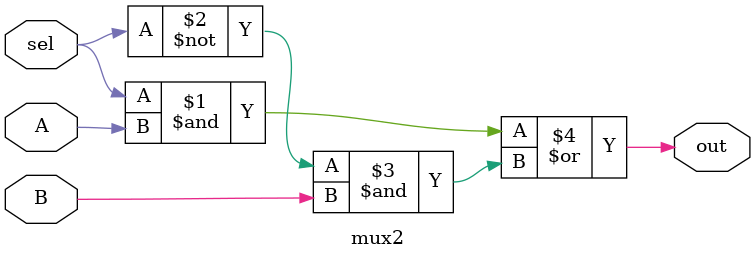
<source format=v>
module mux2 (A, B, sel, out);

// I/Os.
input A, B, sel;
output out;

// Mux logic: (sel) ? A : B;
assign out = (sel & A) | (~sel & B);

endmodule
</source>
